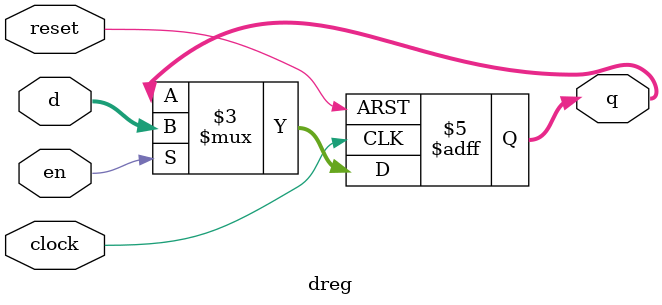
<source format=v>
`timescale 1ns / 1ps

module dreg # (parameter WIDTH = 32) (
        input wire clock,
        input wire reset,
        input wire en,
        input wire [WIDTH-1:0] d,
        output reg [WIDTH-1:0] q
    );
    
    always @ (posedge clock, posedge reset) begin
        if (reset) q <= 0;
        else if (en) q <= d;
        else q <= q;
    end
    
endmodule

</source>
